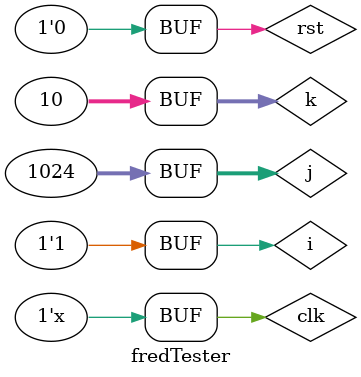
<source format=v>
module register(clk, rst, d, q, load);
  input clk, rst, load;
  input [7:0] d;
  output [7:0] q;
  reg [7:0] q, qNext;

  always @ (posedge clk) begin
    if (rst)
      q <= 8'b0;
    else
      q <= qNext;
  end

  always @ (d or q or load) begin
    if (load)
      qNext = d;
    else
      qNext = q;
  end
endmodule

module fsmFred(clk, rst, i, Z1, Z2);
  parameter ST_A = 11'b00000000001;
  parameter ST_B = 11'b00000000010;
  parameter ST_C = 11'b00000000100;
  parameter ST_D = 11'b00000001000;
  parameter ST_E = 11'b00000010000;
  parameter ST_F = 11'b00000100000;
  parameter ST_G = 11'b00001000000;
  parameter ST_H = 11'b00010000000;
  parameter ST_I = 11'b00100000000;
  parameter ST_J = 11'b01000000000;
  parameter ST_K = 11'b10000000000;

  input clk, rst, i;
  output Z1, Z2;
  reg Z1, Z2;
  reg [10:0] state, nextState;

  always @ (posedge clk) begin
    if (rst)
      state <= ST_A;
    else
      state <= nextState;
  end

  always @ (i or state) begin
    Z1 = 0;
    Z2 = 0;
    case (state)
      ST_A: begin
        if (i)  nextState = ST_B;
        else    nextState = ST_C;
      end
      ST_B: begin
        if (i)  nextState = ST_F;
        else    nextState = ST_D;
      end
      ST_C: begin
        if (i)  nextState = ST_G;
        else    nextState = ST_E;
      end
      ST_D: begin
        if (i) begin
          nextState = ST_G;
          Z1 = 1;
        end
        else    nextState = ST_E;
      end
      ST_E: begin
        if (i)  nextState = ST_G;
        else    nextState = ST_E;
      end
      ST_F: begin
        if (i)  nextState = ST_F;
        else    nextState = ST_D;
      end
      ST_G: begin
        if (i) begin
          nextState = ST_H;
          Z2 = 1;
        end
        else    nextState = ST_D;
      end
      ST_H: begin
        if (i)  nextState = ST_H;
        else    nextState = ST_J;
      end
      ST_I: begin
        if (i) begin
          nextState = ST_H;
          Z2 = 1;
        end
        else    nextState = ST_J;
      end
      ST_J: begin
        if (i)  nextState = ST_I;
        else    nextState = ST_K;
      end
      ST_K: begin
        if (i)  nextState = ST_I;
        else    nextState = ST_K;
      end
    endcase
  end
endmodule

module fredTester();
  reg clk, rst, i;
  wire z1, z2;

  fsmFred fred1(clk, rst, i, z1, z2);

  always begin
    #10;
    clk = ~clk;
  end

  integer j, k;

  initial begin
    rst = 1;
    clk = 0;
    i = 0;
    #100;
    rst = 0;

    i = 1; #20;
    i = 0; #20;
    i = 1; #20;
    i = 0; #20;
    i = 1; #20;
    i = 0; #20;
    i = 0; #20;
    i = 0; #20;
    i = 1; #20;
    i = 1; #20;
    i = 1; #20;

    for (j = 0; j < 1024; j = j + 1) begin
      rst = 1; #20;
      rst = 0;
      for (k = 0; k < 10; k = k + 1) begin
        i = j[k]; #20;
      end
    end
  end

endmodule

</source>
